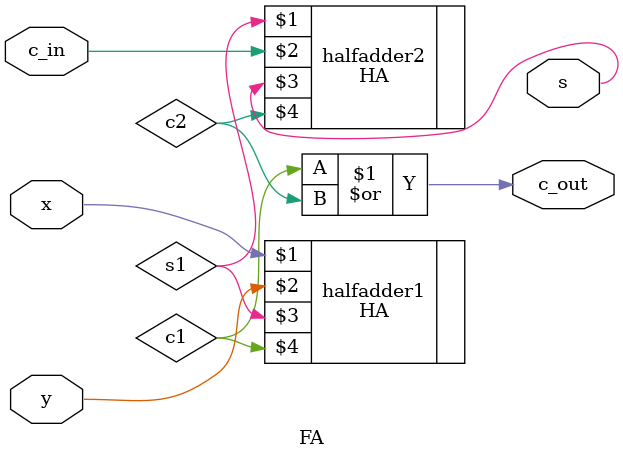
<source format=v>
module FA(input x,y,c_in,
output s,c_out
);
wire c1,c2,s1;
HA halfadder1(x,y,s1,c1);
HA halfadder2(s1,c_in,s,c2);
assign c_out=c1 | c2;

endmodule

</source>
